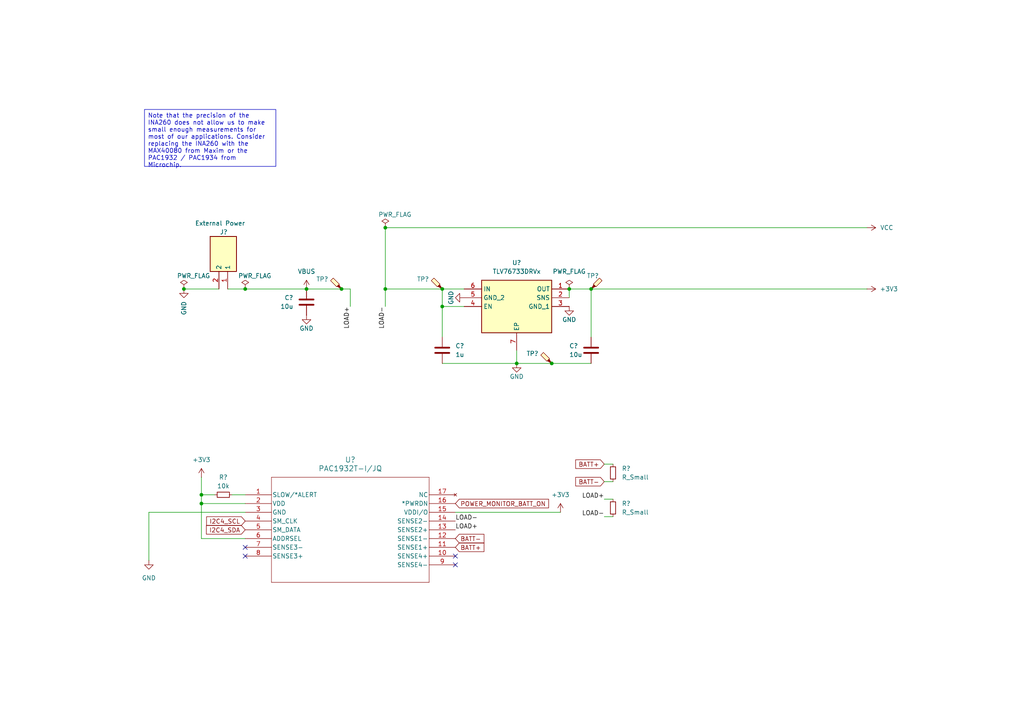
<source format=kicad_sch>
(kicad_sch (version 20231120) (generator "eeschema") (generator_version "8.0")
  (paper "A4")
  (lib_symbols
    (symbol "Connector:TestPoint_Probe" (pin_numbers hide) (pin_names (offset 0.762) hide)
      (property "Reference" "TP" (at 1.651 5.842 0))
      (property "Value" "TestPoint_Probe" (at 1.651 4.064 0))
      (symbol "TestPoint_Probe_0_1"
        (polyline (pts (xy 1.27 0.762) (xy 0 0) (xy 0.762 1.27) (xy 1.27 0.762)) (fill (type outline)))
        (polyline (pts (xy 1.397 0.635) (xy 0.635 1.397) (xy 2.413 3.175) (xy 3.175 2.413) (xy 1.397 0.635)) (fill (type background)))
      )
      (symbol "TestPoint_Probe_1_1"
        (pin passive line (at 0 0 90) (length 0) (name "1") (number "1"))
      )
    )
    (symbol "Device:C" (pin_numbers hide) (pin_names (offset 0.254))
      (property "Reference" "C" (at 0.635 2.54 0))
      (property "Value" "C" (at 0.635 -2.54 0))
      (symbol "C_0_1"
        (polyline (pts (xy -2.032 -0.762) (xy 2.032 -0.762)) (stroke (width 0.508)))
        (polyline (pts (xy -2.032 0.762) (xy 2.032 0.762)) (stroke (width 0.508)))
      )
      (symbol "C_1_1"
        (pin passive line (at 0 3.81 270) (length 2.794) (name "~") (number "1"))
        (pin passive line (at 0 -3.81 90) (length 2.794) (name "~") (number "2"))
      )
    )
    (symbol "Device:R_Small" (pin_numbers hide) (pin_names (offset 0.254) hide)
      (property "Reference" "R" (at 0.762 0.508 0))
      (property "Value" "R_Small" (at 0.762 -1.016 0))
      (symbol "R_Small_0_1"
        (rectangle (start -0.762 1.778) (end 0.762 -1.778) (stroke (width 0.2032)))
      )
      (symbol "R_Small_1_1"
        (pin passive line (at 0 2.54 270) (length 0.762) (name "~") (number "1"))
        (pin passive line (at 0 -2.54 90) (length 0.762) (name "~") (number "2"))
      )
    )
    (symbol "PAC1932:PAC1932T-I_JQ" (pin_names (offset 0.254))
      (property "Reference" "U" (at 30.48 10.16 0))
      (property "Value" "PAC1932T-I/JQ" (at 30.48 7.62 0))
      (symbol "PAC1932T-I_JQ_0_1"
        (polyline (pts (xy 7.62 -25.4) (xy 53.34 -25.4)) (stroke (width 0.127)))
        (polyline (pts (xy 7.62 5.08) (xy 7.62 -25.4)) (stroke (width 0.127)))
        (polyline (pts (xy 53.34 -25.4) (xy 53.34 5.08)) (stroke (width 0.127)))
        (polyline (pts (xy 53.34 5.08) (xy 7.62 5.08)) (stroke (width 0.127)))
        (pin bidirectional line (at 0 0 0) (length 7.62) (name "SLOW/*ALERT") (number "1"))
        (pin bidirectional line (at 60.96 -17.78 180) (length 7.62) (name "SENSE4+") (number "10"))
        (pin bidirectional line (at 60.96 -15.24 180) (length 7.62) (name "SENSE1+") (number "11"))
        (pin bidirectional line (at 60.96 -12.7 180) (length 7.62) (name "SENSE1-") (number "12"))
        (pin bidirectional line (at 60.96 -10.16 180) (length 7.62) (name "SENSE2+") (number "13"))
        (pin bidirectional line (at 60.96 -7.62 180) (length 7.62) (name "SENSE2-") (number "14"))
        (pin power_in line (at 60.96 -5.08 180) (length 7.62) (name "VDDI/O") (number "15"))
        (pin input line (at 60.96 -2.54 180) (length 7.62) (name "*PWRDN") (number "16"))
        (pin no_connect line (at 60.96 0 180) (length 7.62) (name "NC") (number "17"))
        (pin power_in line (at 0 -2.54 0) (length 7.62) (name "VDD") (number "2"))
        (pin power_out line (at 0 -5.08 0) (length 7.62) (name "GND") (number "3"))
        (pin input line (at 0 -7.62 0) (length 7.62) (name "SM_CLK") (number "4"))
        (pin bidirectional line (at 0 -10.16 0) (length 7.62) (name "SM_DATA") (number "5"))
        (pin bidirectional line (at 0 -12.7 0) (length 7.62) (name "ADDRSEL") (number "6"))
        (pin bidirectional line (at 0 -15.24 0) (length 7.62) (name "SENSE3-") (number "7"))
        (pin bidirectional line (at 0 -17.78 0) (length 7.62) (name "SENSE3+") (number "8"))
        (pin bidirectional line (at 60.96 -20.32 180) (length 7.62) (name "SENSE4-") (number "9"))
      )
    )
    (symbol "TVSC:B2B-PH-K-S__LF__SN_"
      (property "Reference" "J" (at 16.51 7.62 0))
      (property "Value" "B2B-PH-K-S__LF__SN_" (at 16.51 5.08 0))
      (symbol "B2B-PH-K-S__LF__SN__1_1"
        (rectangle (start 5.08 2.54) (end 15.24 -5.08) (stroke (width 0.254)) (fill (type background)))
        (pin passive line (at 0 -2.54 0) (length 5.08) (name "1") (number "1"))
        (pin passive line (at 0 0 0) (length 5.08) (name "2") (number "2"))
      )
    )
    (symbol "TVSC:TLV76733DRVT"
      (property "Reference" "U" (at 26.67 7.62 0))
      (property "Value" "TLV76733DRVT" (at 26.67 5.08 0))
      (symbol "TLV76733DRVT_1_1"
        (rectangle (start 5.08 2.54) (end 25.4 -12.7) (stroke (width 0.254)) (fill (type background)))
        (pin passive line (at 0 0 0) (length 5.08) (name "OUT") (number "1"))
        (pin passive line (at 0 -2.54 0) (length 5.08) (name "SNS") (number "2"))
        (pin passive line (at 0 -5.08 0) (length 5.08) (name "GND_1") (number "3"))
        (pin passive line (at 30.48 -5.08 180) (length 5.08) (name "EN") (number "4"))
        (pin passive line (at 30.48 -2.54 180) (length 5.08) (name "GND_2") (number "5"))
        (pin passive line (at 30.48 0 180) (length 5.08) (name "IN") (number "6"))
        (pin passive line (at 15.24 -17.78 90) (length 5.08) (name "EP") (number "7"))
      )
    )
    (symbol "power:+3V3" (power) (pin_numbers hide) (pin_names (offset 0) hide)
      (property "Value" "+3V3" (at 0 3.556 0))
      (symbol "+3V3_0_1"
        (polyline (pts (xy -0.762 1.27) (xy 0 2.54)))
        (polyline (pts (xy 0 0) (xy 0 2.54)))
        (polyline (pts (xy 0 2.54) (xy 0.762 1.27)))
      )
      (symbol "+3V3_1_1"
        (pin power_in line (at 0 0 90) (length 0) (name "~") (number "1"))
      )
    )
    (symbol "power:GND" (power) (pin_numbers hide) (pin_names (offset 0) hide)
      (property "Value" "GND" (at 0 -3.81 0))
      (symbol "GND_0_1"
        (polyline (pts (xy 0 0) (xy 0 -1.27) (xy 1.27 -1.27) (xy 0 -2.54) (xy -1.27 -1.27) (xy 0 -1.27)))
      )
      (symbol "GND_1_1"
        (pin power_in line (at 0 0 270) (length 0) (name "~") (number "1"))
      )
    )
    (symbol "power:PWR_FLAG" (power) (pin_numbers hide) (pin_names (offset 0) hide)
      (property "Value" "PWR_FLAG" (at 0 3.81 0))
      (symbol "PWR_FLAG_0_0"
        (pin power_out line (at 0 0 90) (length 0) (name "~") (number "1"))
      )
      (symbol "PWR_FLAG_0_1"
        (polyline (pts (xy 0 0) (xy 0 1.27) (xy -1.016 1.905) (xy 0 2.54) (xy 1.016 1.905) (xy 0 1.27)))
      )
    )
    (symbol "power:VBUS" (power) (pin_numbers hide) (pin_names (offset 0) hide)
      (property "Value" "VBUS" (at 0 3.556 0))
      (symbol "VBUS_0_1"
        (polyline (pts (xy -0.762 1.27) (xy 0 2.54)))
        (polyline (pts (xy 0 0) (xy 0 2.54)))
        (polyline (pts (xy 0 2.54) (xy 0.762 1.27)))
      )
      (symbol "VBUS_1_1"
        (pin power_in line (at 0 0 90) (length 0) (name "~") (number "1"))
      )
    )
    (symbol "power:VCC" (power) (pin_numbers hide) (pin_names (offset 0) hide)
      (property "Value" "VCC" (at 0 3.556 0))
      (symbol "VCC_0_1"
        (polyline (pts (xy -0.762 1.27) (xy 0 2.54)))
        (polyline (pts (xy 0 0) (xy 0 2.54)))
        (polyline (pts (xy 0 2.54) (xy 0.762 1.27)))
      )
      (symbol "VCC_1_1"
        (pin power_in line (at 0 0 90) (length 0) (name "~") (number "1"))
      )
    )
  )
  (junction (at 58.42 146.05))
  (junction (at 149.86 105.41))
  (junction (at 58.42 143.51))
  (junction (at 171.45 83.82))
  (junction (at 111.76 66.04))
  (junction (at 165.1 83.82))
  (junction (at 99.06 83.82))
  (junction (at 128.27 88.9))
  (junction (at 128.27 83.82))
  (junction (at 111.76 83.82))
  (junction (at 53.34 83.82))
  (junction (at 88.9 83.82))
  (junction (at 71.12 83.82))
  (junction (at 160.02 105.41))
  (no_connect (at 71.12 161.29))
  (no_connect (at 132.08 161.29))
  (no_connect (at 71.12 158.75))
  (no_connect (at 132.08 163.83))
  (wire (pts (xy 149.86 105.41) (xy 160.02 105.41)))
  (wire (pts (xy 58.42 143.51) (xy 62.23 143.51)))
  (wire (pts (xy 132.08 148.59) (xy 162.56 148.59)))
  (wire (pts (xy 58.42 156.21) (xy 58.42 146.05)))
  (wire (pts (xy 128.27 88.9) (xy 128.27 97.79)))
  (wire (pts (xy 177.8 149.86) (xy 175.26 149.86)))
  (wire (pts (xy 171.45 83.82) (xy 251.46 83.82)))
  (wire (pts (xy 71.12 83.82) (xy 88.9 83.82)))
  (wire (pts (xy 43.18 148.59) (xy 43.18 162.56)))
  (wire (pts (xy 149.86 101.6) (xy 149.86 105.41)))
  (wire (pts (xy 111.76 88.9) (xy 111.76 83.82)))
  (wire (pts (xy 43.18 148.59) (xy 71.12 148.59)))
  (wire (pts (xy 101.6 83.82) (xy 101.6 88.9)))
  (wire (pts (xy 128.27 83.82) (xy 128.27 88.9)))
  (wire (pts (xy 58.42 138.43) (xy 58.42 143.51)))
  (wire (pts (xy 88.9 83.82) (xy 99.06 83.82)))
  (wire (pts (xy 53.34 83.82) (xy 63.5 83.82)))
  (wire (pts (xy 177.8 139.7) (xy 175.26 139.7)))
  (wire (pts (xy 160.02 105.41) (xy 171.45 105.41)))
  (wire (pts (xy 171.45 83.82) (xy 171.45 97.79)))
  (wire (pts (xy 128.27 105.41) (xy 149.86 105.41)))
  (wire (pts (xy 177.8 134.62) (xy 175.26 134.62)))
  (wire (pts (xy 128.27 83.82) (xy 134.62 83.82)))
  (wire (pts (xy 111.76 66.04) (xy 111.76 83.82)))
  (wire (pts (xy 111.76 83.82) (xy 128.27 83.82)))
  (wire (pts (xy 71.12 156.21) (xy 58.42 156.21)))
  (wire (pts (xy 165.1 83.82) (xy 165.1 86.36)))
  (wire (pts (xy 128.27 88.9) (xy 134.62 88.9)))
  (wire (pts (xy 67.31 143.51) (xy 71.12 143.51)))
  (wire (pts (xy 58.42 146.05) (xy 71.12 146.05)))
  (wire (pts (xy 177.8 144.78) (xy 175.26 144.78)))
  (wire (pts (xy 99.06 83.82) (xy 101.6 83.82)))
  (wire (pts (xy 111.76 66.04) (xy 251.46 66.04)))
  (wire (pts (xy 58.42 143.51) (xy 58.42 146.05)))
  (wire (pts (xy 66.04 83.82) (xy 71.12 83.82)))
  (wire (pts (xy 171.45 83.82) (xy 165.1 83.82)))
  (text_box "Note that the precision of the INA260 does not allow us to make small enough measurements for most of our applications. Consider replacing the INA260 with the MAX40080 from Maxim or the PAC1932 / PAC1934 from Microchip." (at 41.91 31.75 0) (size 38.1 16.51) (effects (font (size 1.27 1.27)) (justify left top)))
  (label "LOAD+" (at 101.6 88.9 270))
  (label "LOAD+" (at 132.08 153.67 0))
  (label "LOAD-" (at 175.26 149.86 180))
  (label "LOAD-" (at 111.76 88.9 270))
  (label "LOAD-" (at 132.08 151.13 0))
  (label "LOAD+" (at 175.26 144.78 180))
  (global_label "BATT-" (shape input) (at 175.26 139.7 180) (property "Intersheetrefs" "${INTERSHEET_REFS}" (effects (hide yes))))
  (global_label "I2C4_SDA" (shape input) (at 71.12 153.67 180) (property "Intersheetrefs" "${INTERSHEET_REFS}" (effects (hide yes))))
  (global_label "BATT+" (shape input) (at 132.08 158.75 0) (property "Intersheetrefs" "${INTERSHEET_REFS}" (effects (hide yes))))
  (global_label "BATT-" (shape input) (at 132.08 156.21 0) (property "Intersheetrefs" "${INTERSHEET_REFS}" (effects (hide yes))))
  (global_label "BATT+" (shape input) (at 175.26 134.62 180) (property "Intersheetrefs" "${INTERSHEET_REFS}" (effects (hide yes))))
  (global_label "I2C4_SCL" (shape input) (at 71.12 151.13 180) (property "Intersheetrefs" "${INTERSHEET_REFS}" (effects (hide yes))))
  (global_label "POWER_MONITOR_BATT_ON" (shape input) (at 132.08 146.05 0) (property "Intersheetrefs" "${INTERSHEET_REFS}" (effects (hide yes))))
  (symbol (lib_id "power:PWR_FLAG") (at 165.1 83.82 0) (unit 1)
    (property "Reference" "#FLG04" (effects (hide yes)))
    (property "Value" "PWR_FLAG" (at 165.1 78.74 0))
  )
  (symbol (lib_id "TVSC:TLV76733DRVT") (at 165.1 83.82 0) (mirror y) (unit 1)
    (property "Reference" "U?" (at 149.86 76.2 0))
    (property "Value" "TLV76733DRVx" (at 149.86 78.74 0))
    (property "Footprint" "footprints:SON65P200X200X80-7N" (effects (hide yes)))
    (property "Datasheet" "http://www.ti.com/lit/gpn/TLV767" (effects (hide yes)))
    (property "Active" "Y" (effects (hide yes)))
    (property "MPN" "C2867572" (effects (hide yes)))
    (property "Manufacturer" "Texas Instruments" (effects (hide yes)))
    (property "Manufacturer Part Number" "TLV76733DRVT" (effects (hide yes)))
    (property "Basic or Extended Component" "Extended" (effects (hide yes)))
  )
  (symbol (lib_id "power:+3V3") (at 58.42 138.43 0) (unit 1)
    (property "Reference" "#PWR095" (effects (hide yes)))
    (property "Value" "+3V3" (at 58.42 133.35 0))
    (property "Description" "Power symbol creates a global label with name \"+3V3\"" (effects (hide yes)))
  )
  (symbol (lib_id "Connector:TestPoint_Probe") (at 99.06 83.82 0) (mirror y) (unit 1)
    (property "Reference" "TP?" (at 95.25 80.9625 0) (effects (justify left)))
    (property "Value" "TestPoint_Probe" (effects (hide yes)))
    (property "Footprint" "footprints:TestPoint_Pad_D2.5mm" (effects (hide yes)))
    (property "MPN" "NA" (effects (hide yes)))
    (property "Active" "Y" (effects (hide yes)))
  )
  (symbol (lib_id "power:PWR_FLAG") (at 53.34 83.82 0) (unit 1)
    (property "Reference" "#FLG01" (effects (hide yes)))
    (property "Value" "PWR_FLAG" (at 60.96 80.01 0) (effects (justify right)))
  )
  (symbol (lib_id "power:+3V3") (at 251.46 83.82 270) (unit 1)
    (property "Reference" "#PWR031" (effects (hide yes)))
    (property "Value" "+3V3" (at 257.81 83.82 90))
  )
  (symbol (lib_id "Connector:TestPoint_Probe") (at 171.45 83.82 0) (unit 1)
    (property "Reference" "TP?" (at 170.18 80.01 0) (effects (justify left)))
    (property "Value" "TestPoint_Probe" (effects (hide yes)))
    (property "Footprint" "footprints:TestPoint_Pad_D2.5mm" (effects (hide yes)))
    (property "MPN" "NA" (effects (hide yes)))
    (property "Active" "Y" (effects (hide yes)))
  )
  (symbol (lib_id "Device:C") (at 128.27 101.6 0) (unit 1)
    (property "Reference" "C?" (at 132.08 100.33 0) (effects (justify left)))
    (property "Value" "1u" (at 132.08 102.87 0) (effects (justify left)))
    (property "Footprint" "footprints:Nondescript_C_0402_1005Metric" (effects (hide yes)))
    (property "MPN" "C52923" (effects (hide yes)))
    (property "Manufacturer" "Samsung Electro-Mechanics" (effects (hide yes)))
    (property "Manufacturer Part Number" "CL05A105KA5NQNC" (effects (hide yes)))
    (property "Active" "Y" (effects (hide yes)))
    (property "Purpose" "Voltage regulator" (effects (hide yes)))
    (property "Basic or Extended Component" "Basic" (effects (hide yes)))
  )
  (symbol (lib_id "Connector:TestPoint_Probe") (at 160.02 105.41 0) (mirror y) (unit 1)
    (property "Reference" "TP?" (at 156.21 102.5525 0) (effects (justify left)))
    (property "Value" "TestPoint_Probe" (effects (hide yes)))
    (property "Footprint" "footprints:TestPoint_Pad_D2.5mm" (effects (hide yes)))
    (property "MPN" "NA" (effects (hide yes)))
    (property "Active" "Y" (effects (hide yes)))
  )
  (symbol (lib_id "power:GND") (at 165.1 88.9 0) (mirror y) (unit 1)
    (property "Reference" "#PWR029" (effects (hide yes)))
    (property "Value" "GND" (at 165.1 92.71 0))
  )
  (symbol (lib_id "power:VCC") (at 251.46 66.04 270) (unit 1)
    (property "Reference" "#PWR030" (effects (hide yes)))
    (property "Value" "VCC" (at 255.27 66.04 90) (effects (justify left)))
  )
  (symbol (lib_id "power:PWR_FLAG") (at 111.76 66.04 0) (unit 1)
    (property "Reference" "#FLG03" (effects (hide yes)))
    (property "Value" "PWR_FLAG" (at 119.38 62.23 0) (effects (justify right)))
  )
  (symbol (lib_id "Device:R_Small") (at 177.8 147.32 0) (unit 1)
    (property "Reference" "R?" (at 180.34 146.0499 0) (effects (justify left)))
    (property "Value" "R_Small" (at 180.34 148.5899 0) (effects (justify left)))
    (property "Description" "Resistor, small symbol" (effects (hide yes)))
  )
  (symbol (lib_id "power:PWR_FLAG") (at 71.12 83.82 0) (unit 1)
    (property "Reference" "#FLG02" (effects (hide yes)))
    (property "Value" "PWR_FLAG" (at 78.74 80.01 0) (effects (justify right)))
  )
  (symbol (lib_id "power:VBUS") (at 88.9 83.82 0) (unit 1)
    (property "Reference" "#PWR022" (effects (hide yes)))
    (property "Value" "VBUS" (at 88.9 78.74 0))
  )
  (symbol (lib_id "power:GND") (at 88.9 91.44 0) (unit 1)
    (property "Reference" "#PWR023" (effects (hide yes)))
    (property "Value" "GND" (at 88.9 95.25 0))
  )
  (symbol (lib_id "TVSC:B2B-PH-K-S__LF__SN_") (at 63.5 83.82 90) (unit 1)
    (property "Reference" "J?" (at 66.04 67.31 90) (effects (justify left)))
    (property "Value" "External Power" (at 71.12 64.77 90) (effects (justify left)))
    (property "Footprint" "footprints:B2BPHKSLFSN" (effects (hide yes)))
    (property "Datasheet" "http://www.jst-mfg.com/product/pdf/eng/ePH.pdf" (effects (hide yes)))
    (property "Height" "6" (effects (hide yes)))
    (property "Manufacturer" "JST (JAPAN SOLDERLESS TERMINALS)" (effects (hide yes)))
    (property "Manufacturer Part Number" "B2B-PH-K-S (LF)(SN)" (effects (hide yes)))
    (property "MPN" "C131337" (effects (hide yes)))
    (property "Manufacturer" "JST (JAPAN SOLDERLESS TERMINALS)" (effects (hide yes)))
    (property "Manufacturer Part Number" "B2B-PH-K-S (LF)(SN)" (effects (hide yes)))
    (property "Active" "Y" (effects (hide yes)))
    (property "Basic or Extended Component" "Extended" (effects (hide yes)))
  )
  (symbol (lib_id "Device:C") (at 171.45 101.6 0) (unit 1)
    (property "Reference" "C?" (at 165.1 100.33 0) (effects (justify left)))
    (property "Value" "10u" (at 165.1 102.87 0) (effects (justify left)))
    (property "Footprint" "footprints:Nondescript_C_0402_1005Metric" (effects (hide yes)))
    (property "Active" "Y" (effects (hide yes)))
    (property "Specs" "3.3V" (effects (hide yes)))
    (property "MPN" "C15525" (effects (hide yes)))
    (property "Manufacturer" "Samsung Electro-Mechanics" (effects (hide yes)))
    (property "Manufacturer Part Number" "CL05A106MQ5NUNC" (effects (hide yes)))
    (property "Purpose" "Voltage regulator" (effects (hide yes)))
    (property "Basic or Extended Component" "Basic" (effects (hide yes)))
  )
  (symbol (lib_id "power:+3V3") (at 162.56 148.59 0) (unit 1)
    (property "Reference" "#PWR096" (effects (hide yes)))
    (property "Value" "+3V3" (at 162.56 143.51 0))
    (property "Description" "Power symbol creates a global label with name \"+3V3\"" (effects (hide yes)))
  )
  (symbol (lib_id "power:GND") (at 53.34 83.82 0) (unit 1)
    (property "Reference" "#PWR021" (effects (hide yes)))
    (property "Value" "GND" (at 53.34 91.44 90) (effects (justify left)))
  )
  (symbol (lib_id "power:GND") (at 134.62 86.36 270) (mirror x) (unit 1)
    (property "Reference" "#PWR027" (effects (hide yes)))
    (property "Value" "GND" (at 130.81 86.36 0))
  )
  (symbol (lib_id "Connector:TestPoint_Probe") (at 128.27 83.82 0) (mirror y) (unit 1)
    (property "Reference" "TP?" (at 124.46 80.9625 0) (effects (justify left)))
    (property "Value" "TestPoint_Probe" (effects (hide yes)))
    (property "Footprint" "footprints:TestPoint_Pad_D2.5mm" (effects (hide yes)))
    (property "MPN" "NA" (effects (hide yes)))
    (property "Active" "Y" (effects (hide yes)))
  )
  (symbol (lib_id "Device:R_Small") (at 177.8 137.16 0) (unit 1)
    (property "Reference" "R?" (at 180.34 135.8899 0) (effects (justify left)))
    (property "Value" "R_Small" (at 180.34 138.4299 0) (effects (justify left)))
    (property "Description" "Resistor, small symbol" (effects (hide yes)))
  )
  (symbol (lib_id "power:GND") (at 43.18 162.56 0) (unit 1)
    (property "Reference" "#PWR094" (effects (hide yes)))
    (property "Value" "GND" (at 43.18 167.64 0))
    (property "Description" "Power symbol creates a global label with name \"GND\" , ground" (effects (hide yes)))
  )
  (symbol (lib_id "power:GND") (at 149.86 105.41 0) (unit 1)
    (property "Reference" "#PWR028" (effects (hide yes)))
    (property "Value" "GND" (at 149.86 109.22 0))
  )
  (symbol (lib_id "Device:R_Small") (at 64.77 143.51 90) (unit 1)
    (property "Reference" "R?" (at 64.77 138.43 90))
    (property "Value" "10k" (at 64.77 140.97 90))
    (property "Description" "Resistor, small symbol" (effects (hide yes)))
  )
  (symbol (lib_id "PAC1932:PAC1932T-I_JQ") (at 71.12 143.51 0) (unit 1)
    (property "Reference" "U?" (at 101.6 133.35 0) (effects (font (size 1.524 1.524))))
    (property "Value" "PAC1932T-I/JQ" (at 101.6 135.89 0) (effects (font (size 1.524 1.524))))
    (property "Footprint" "UQFN16_JQ_MCH" (effects (hide yes)))
    (property "Datasheet" "PAC1932T-I/JQ" (effects (hide yes)))
  )
  (symbol (lib_id "Device:C") (at 88.9 87.63 0) (mirror y) (unit 1)
    (property "Reference" "C?" (at 85.09 86.36 0) (effects (justify left)))
    (property "Value" "10u" (at 85.09 88.9 0) (effects (justify left)))
    (property "Footprint" "footprints:Nondescript_C_0402_1005Metric" (effects (hide yes)))
    (property "Active" "Y" (effects (hide yes)))
    (property "Specs" "3.3V" (effects (hide yes)))
    (property "MPN" "C15525" (effects (hide yes)))
    (property "Manufacturer" "Samsung Electro-Mechanics" (effects (hide yes)))
    (property "Manufacturer Part Number" "CL05A106MQ5NUNC" (effects (hide yes)))
    (property "Purpose" "Voltage regulator" (effects (hide yes)))
    (property "Basic or Extended Component" "Basic" (effects (hide yes)))
  )
)
</source>
